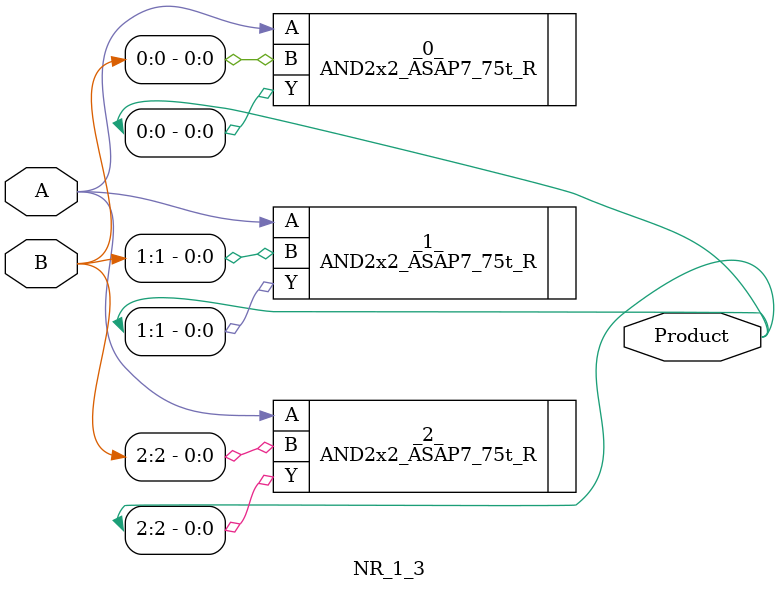
<source format=v>
/* Generated by Yosys 0.53+39 (git sha1 388955031, g++ 12.2.0-14 -fPIC -O3) */

module NR_1_3(A, B, Product);
  input A;
  wire A;
  input [2:0] B;
  wire [2:0] B;
  output [2:0] Product;
  wire [2:0] Product;
  AND2x2_ASAP7_75t_R _0_ (
    .A(A),
    .B(B[0]),
    .Y(Product[0])
  );
  AND2x2_ASAP7_75t_R _1_ (
    .A(A),
    .B(B[1]),
    .Y(Product[1])
  );
  AND2x2_ASAP7_75t_R _2_ (
    .A(A),
    .B(B[2]),
    .Y(Product[2])
  );
endmodule

</source>
